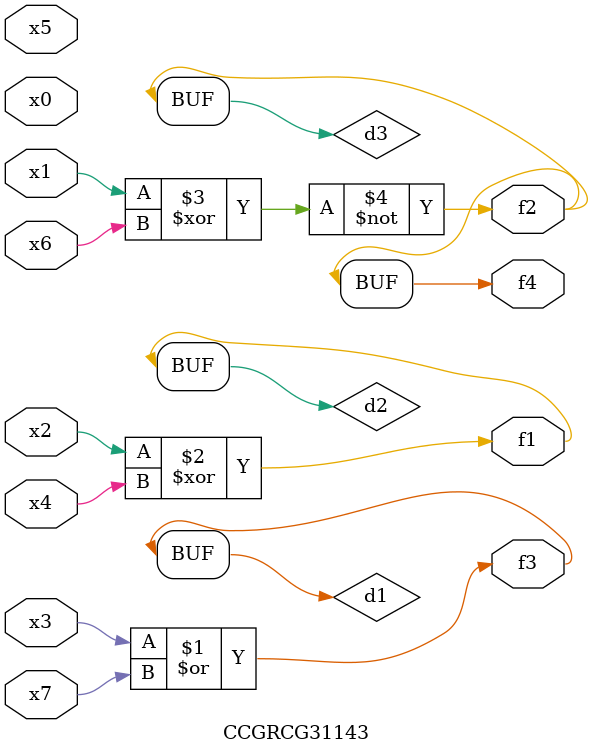
<source format=v>
module CCGRCG31143(
	input x0, x1, x2, x3, x4, x5, x6, x7,
	output f1, f2, f3, f4
);

	wire d1, d2, d3;

	or (d1, x3, x7);
	xor (d2, x2, x4);
	xnor (d3, x1, x6);
	assign f1 = d2;
	assign f2 = d3;
	assign f3 = d1;
	assign f4 = d3;
endmodule

</source>
